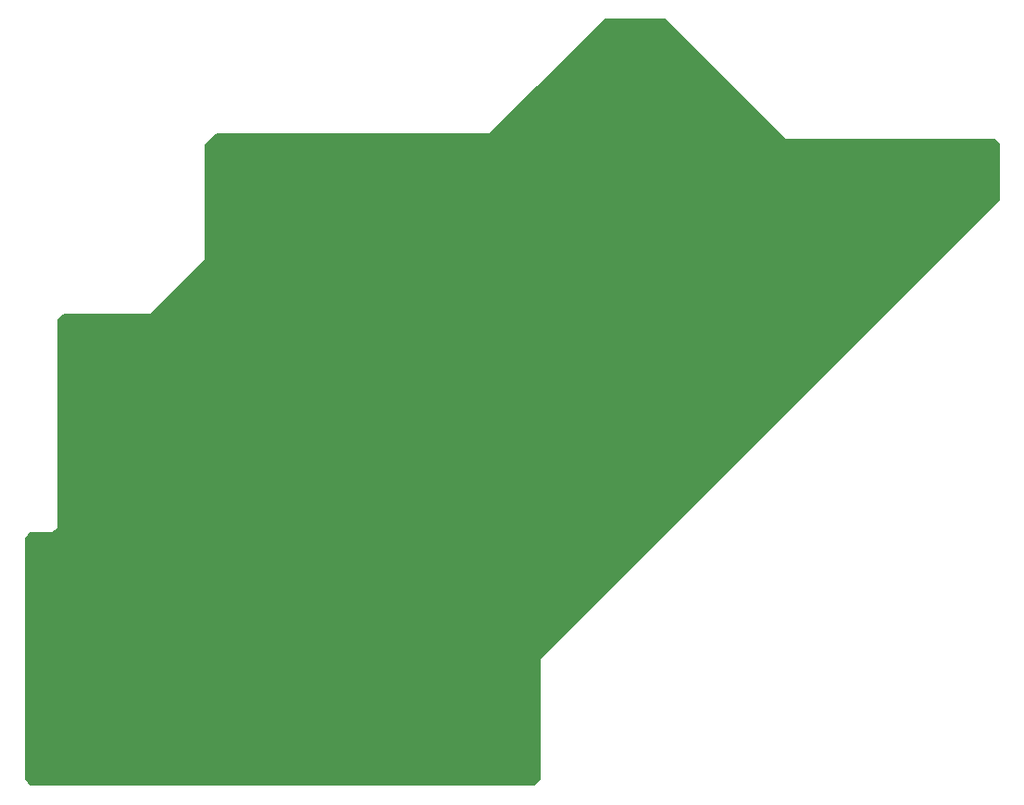
<source format=gbr>
%TF.GenerationSoftware,KiCad,Pcbnew,9.0.3*%
%TF.CreationDate,2025-08-18T22:42:58+09:00*%
%TF.ProjectId,espCon_main,65737043-6f6e-45f6-9d61-696e2e6b6963,rev?*%
%TF.SameCoordinates,Original*%
%TF.FileFunction,Profile,NP*%
%FSLAX46Y46*%
G04 Gerber Fmt 4.6, Leading zero omitted, Abs format (unit mm)*
G04 Created by KiCad (PCBNEW 9.0.3) date 2025-08-18 22:42:58*
%MOMM*%
%LPD*%
G01*
G04 APERTURE LIST*
%TA.AperFunction,Profile*%
%ADD10C,0.200000*%
%TD*%
G04 APERTURE END LIST*
D10*
X147000000Y-70000000D02*
X166125000Y-70000000D01*
X166500000Y-70375000D01*
X166500000Y-75500000D01*
X124500000Y-117500000D01*
X124500000Y-128500000D01*
X124000000Y-129000000D01*
X78000000Y-129000000D01*
X77500000Y-128500000D01*
X77500000Y-106500000D01*
X78000000Y-106000000D01*
X80000000Y-106000000D01*
X80500000Y-105500000D01*
X80500000Y-86500000D01*
X81000000Y-86000000D01*
X89000000Y-86000000D01*
X94000000Y-81000000D01*
X94000000Y-70500000D01*
X95000000Y-69500000D01*
X120000000Y-69500000D01*
X130500000Y-59000000D01*
X136000000Y-59000000D01*
X147000000Y-70000000D01*
%TA.AperFunction,Profile*%
G36*
X147000000Y-70000000D02*
G01*
X166125000Y-70000000D01*
X166500000Y-70375000D01*
X166500000Y-75500000D01*
X124500000Y-117500000D01*
X124500000Y-128500000D01*
X124000000Y-129000000D01*
X78000000Y-129000000D01*
X77500000Y-128500000D01*
X77500000Y-106500000D01*
X78000000Y-106000000D01*
X80000000Y-106000000D01*
X80500000Y-105500000D01*
X80500000Y-86500000D01*
X81000000Y-86000000D01*
X89000000Y-86000000D01*
X94000000Y-81000000D01*
X94000000Y-70500000D01*
X95000000Y-69500000D01*
X120000000Y-69500000D01*
X130500000Y-59000000D01*
X136000000Y-59000000D01*
X147000000Y-70000000D01*
G37*
%TD.AperFunction*%
M02*

</source>
